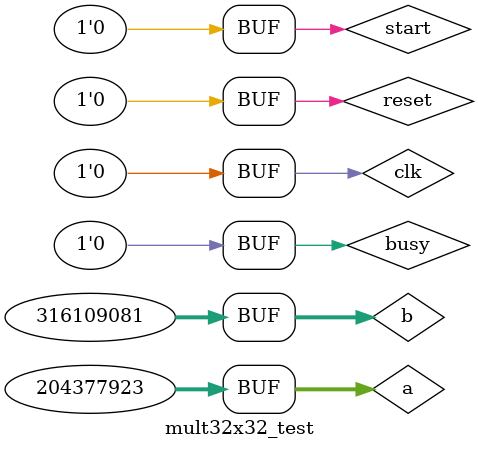
<source format=sv>
module mult32x32_test;

    logic clk;            // Clock
    logic reset;          // Reset
    logic start;          // Start signal
    logic [31:0] a;       // Input a
    logic [31:0] b;       // Input b
    logic busy;           // Multiplier busy indication
    logic [63:0] product; // Miltiplication product

// Put your code here
mult32x32 mult32x32_inst (
.clk(clk), 
.reset(reset),
.start(start), 
.a(a), 
.b(b), 
.busy(busy), 
.product(product)
);

initial begin 
	
	clk = 1'b0;
	#5
	clk = 1'b1;
	reset = 1'b1;
	start = 1'b0;
	busy = 1'b0;
	#5
	clk = 1'b0;
	#5
	clk = 1'b1;
	#5
	clk = 1'b0;
	#5
	clk = 1'b1;
	#5
	clk = 1'b0;
	#5
	clk = 1'b1;
	#5
	clk = 1'b0;
	#5
	clk = 1'b1;
	reset = 1'b0;
	a = 32'd204377923;
	b = 32'd316109081;
	#5
	clk = 1'b0;
	#5
	clk = 1'b1;
	start = 1'b1;
	busy = 1'b1;
	#5
	clk = 1'b0;
	#5
	clk = 1'b1;
	start = 1'b0;
	#5
	clk = 1'b0;
	#5
	clk = 1'b1;
	#5
	clk = 1'b0;
	#5
	clk = 1'b1;
	#5
	clk = 1'b0;
	#5
	clk = 1'b1;
	#5
	clk = 1'b0;
	#5
	clk = 1'b1;
	#5
	clk = 1'b0;
	#5
	clk = 1'b1;
	#5
	clk = 1'b0;
	#5
	clk = 1'b1;
	#5
	clk = 1'b0;
	#5
	clk = 1'b1;
	#5
	clk = 1'b0;
	#5
	clk = 1'b1;
	#5
	clk = 1'b0;
	#5
	clk = 1'b1;
	busy = 1'b0;
	#5
	clk = 1'b0;
	#5
	clk = 1'b1;
	#5
	clk = 1'b0;
	
end

// End of your code

endmodule

</source>
